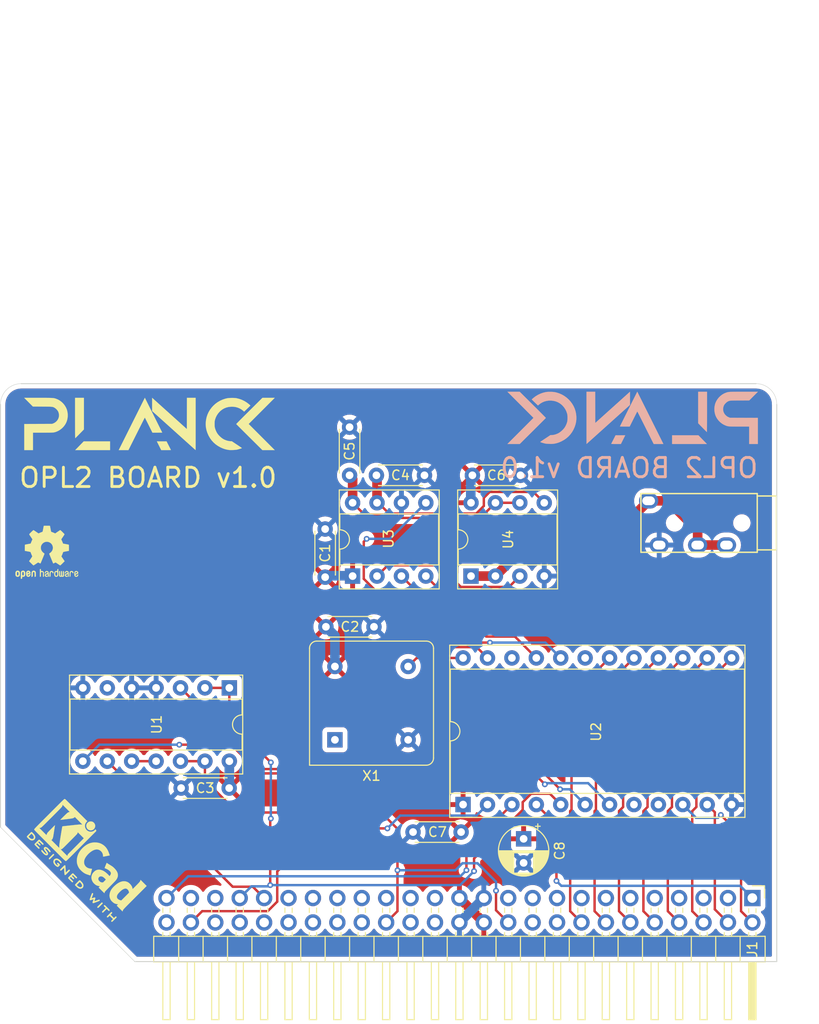
<source format=kicad_pcb>
(kicad_pcb (version 20211014) (generator pcbnew)
  (title_block (title "OPL2 board") (date "2023-02-11") (rev "${VERSION}") (company "Six Pixels"))
  (layers (0 "F.Cu" signal) (31 "B.Cu" signal) (34 "B.Paste" user) (35 "F.Paste" user) (36 "B.SilkS" user "B.Silkscreen") (37 "F.SilkS" user "F.Silkscreen") (38 "B.Mask" user) (39 "F.Mask" user) (44 "Edge.Cuts" user))
  (property "VERSION" "v1.0")
  (net 0 "")
  (net 1 "RDY")
  (net 2 "A15")
  (net 3 "A14")
  (net 4 "A13")
  (net 5 "A12")
  (net 6 "A11")
  (net 7 "GND")
  (net 8 "+5V")
  (net 9 "A10")
  (net 10 "A9")
  (net 11 "A8")
  (net 12 "D7")
  (net 13 "A7")
  (net 14 "D6")
  (net 15 "A6")
  (net 16 "D5")
  (net 17 "A5")
  (net 18 "D4")
  (net 19 "A4")
  (net 20 "D3")
  (net 21 "A3")
  (net 22 "D2")
  (net 23 "A2")
  (net 24 "D1")
  (net 25 "A1")
  (net 26 "D0")
  (net 27 "A0")
  (net 28 "CLK")
  (net 29 "BE")
  (net 30 "SYNC")
  (net 31 "EX3")
  (net 32 "EX2")
  (net 33 "EX1")
  (net 34 "EX0")
  (net 35 "~{NMI}")
  (net 36 "~{RESET}")
  (net 37 "~{SLOT_IRQ}")
  (net 38 "~{IRQ}")
  (net 39 "R~{W}")
  (net 40 "CLK_12M")
  (net 41 "LED4")
  (net 42 "LED3")
  (net 43 "LED2")
  (net 44 "LED1")
  (net 45 "~{SLOT_SEL}")
  (net 46 "~{INH}")
  (net 47 "~{SSEL}")
  (net 48 "Net-(C4-Pad1)")
  (net 49 "Net-(C5-Pad1)")
  (net 51 "Net-(U1-Pad10)")
  (net 52 "Net-(U1-Pad3)")
  (net 53 "Net-(U1-Pad8)")
  (net 54 "Net-(U2-Pad24)")
  (net 55 "Net-(U2-Pad23)")
  (net 56 "Net-(U2-Pad21)")
  (net 57 "Net-(U2-Pad20)")
  (net 58 "Net-(U3-Pad2)")
  (net 60 "Net-(J2-PadR1)")
  (footprint "Connector_PinHeader_2.54mm:PinHeader_2x25_P2.54mm_Horizontal" (layer "F.Cu") (at 173.863 129.286 -90)
    (fp_text reference "J1" (at 5.334 0 90) (layer "F.SilkS"))
    (fp_text value "Conn_01x40")
    (pad "1" thru_hole rect (at 0 0 270) (size 1.7 1.7) (drill 1) (layers *.Cu *.Mask) (net 27 "A0"))
    (pad "2" thru_hole oval (at 2.54 0 270) (size 1.7 1.7) (drill 1) (layers *.Cu *.Mask) (net 26 "D0"))
    (pad "3" thru_hole oval (at 0 2.54 270) (size 1.7 1.7) (drill 1) (layers *.Cu *.Mask) (net 25 "A1"))
    (pad "4" thru_hole oval (at 2.54 2.54 270) (size 1.7 1.7) (drill 1) (layers *.Cu *.Mask) (net 24 "D1"))
    (pad "5" thru_hole oval (at 0 5.08 270) (size 1.7 1.7) (drill 1) (layers *.Cu *.Mask) (net 23 "A2"))
    (pad "6" thru_hole oval (at 2.54 5.08 270) (size 1.7 1.7) (drill 1) (layers *.Cu *.Mask) (net 22 "D2"))
    (pad "7" thru_hole oval (at 0 7.62 270) (size 1.7 1.7) (drill 1) (layers *.Cu *.Mask) (net 21 "A3"))
    (pad "8" thru_hole oval (at 2.54 7.62 270) (size 1.7 1.7) (drill 1) (layers *.Cu *.Mask) (net 20 "D3"))
    (pad "9" thru_hole oval (at 0 10.16 270) (size 1.7 1.7) (drill 1) (layers *.Cu *.Mask) (net 19 "A4"))
    (pad "10" thru_hole oval (at 2.54 10.16 270) (size 1.7 1.7) (drill 1) (layers *.Cu *.Mask) (net 18 "D4"))
    (pad "11" thru_hole oval (at 0 12.7 270) (size 1.7 1.7) (drill 1) (layers *.Cu *.Mask) (net 17 "A5"))
    (pad "12" thru_hole oval (at 2.54 12.7 270) (size 1.7 1.7) (drill 1) (layers *.Cu *.Mask) (net 16 "D5"))
    (pad "13" thru_hole oval (at 0 15.24 270) (size 1.7 1.7) (drill 1) (layers *.Cu *.Mask) (net 15 "A6"))
    (pad "14" thru_hole oval (at 2.54 15.24 270) (size 1.7 1.7) (drill 1) (layers *.Cu *.Mask) (net 14 "D6"))
    (pad "15" thru_hole oval (at 0 17.78 270) (size 1.7 1.7) (drill 1) (layers *.Cu *.Mask) (net 13 "A7"))
    (pad "16" thru_hole oval (at 2.54 17.78 270) (size 1.7 1.7) (drill 1) (layers *.Cu *.Mask) (net 12 "D7"))
    (pad "17" thru_hole oval (at 0 20.32 270) (size 1.7 1.7) (drill 1) (layers *.Cu *.Mask) (net 11 "A8"))
    (pad "18" thru_hole oval (at 2.54 20.32 270) (size 1.7 1.7) (drill 1) (layers *.Cu *.Mask) (net 34 "EX0"))
    (pad "19" thru_hole oval (at 0 22.86 270) (size 1.7 1.7) (drill 1) (layers *.Cu *.Mask) (net 10 "A9"))
    (pad "20" thru_hole oval (at 2.54 22.86 270) (size 1.7 1.7) (drill 1) (layers *.Cu *.Mask) (net 33 "EX1"))
    (pad "21" thru_hole oval (at 0 25.4 270) (size 1.7 1.7) (drill 1) (layers *.Cu *.Mask) (net 9 "A10"))
    (pad "22" thru_hole oval (at 2.54 25.4 270) (size 1.7 1.7) (drill 1) (layers *.Cu *.Mask) (net 45 "~{SLOT_SEL}"))
    (pad "23" thru_hole oval (at 0 27.94 270) (size 1.7 1.7) (drill 1) (layers *.Cu *.Mask) (net 7 "GND"))
    (pad "24" thru_hole oval (at 2.54 27.94 270) (size 1.7 1.7) (drill 1) (layers *.Cu *.Mask) (net 8 "+5V"))
    (pad "25" thru_hole oval (at 0 30.48 270) (size 1.7 1.7) (drill 1) (layers *.Cu *.Mask) (net 8 "+5V"))
    (pad "26" thru_hole oval (at 2.54 30.48 270) (size 1.7 1.7) (drill 1) (layers *.Cu *.Mask) (net 7 "GND"))
    (pad "27" thru_hole oval (at 0 33.02 270) (size 1.7 1.7) (drill 1) (layers *.Cu *.Mask) (net 6 "A11"))
    (pad "28" thru_hole oval (at 2.54 33.02 270) (size 1.7 1.7) (drill 1) (layers *.Cu *.Mask) (net 47 "~{SSEL}"))
    (pad "29" thru_hole oval (at 0 35.56 270) (size 1.7 1.7) (drill 1) (layers *.Cu *.Mask) (net 5 "A12"))
    (pad "30" thru_hole oval (at 2.54 35.56 270) (size 1.7 1.7) (drill 1) (layers *.Cu *.Mask) (net 46 "~{INH}"))
    (pad "31" thru_hole oval (at 0 38.1 270) (size 1.7 1.7) (drill 1) (layers *.Cu *.Mask) (net 4 "A13"))
    (pad "32" thru_hole oval (at 2.54 38.1 270) (size 1.7 1.7) (drill 1) (layers *.Cu *.Mask) (net 45 "~{SLOT_SEL}"))
    (pad "33" thru_hole oval (at 0 40.64 270) (size 1.7 1.7) (drill 1) (layers *.Cu *.Mask) (net 3 "A14"))
    (pad "34" thru_hole oval (at 2.54 40.64 270) (size 1.7 1.7) (drill 1) (layers *.Cu *.Mask) (net 44 "LED1"))
    (pad "35" thru_hole oval (at 0 43.18 270) (size 1.7 1.7) (drill 1) (layers *.Cu *.Mask) (net 2 "A15"))
    (pad "36" thru_hole oval (at 2.54 43.18 270) (size 1.7 1.7) (drill 1) (layers *.Cu *.Mask) (net 43 "LED2"))
    (pad "37" thru_hole oval (at 0 45.72 270) (size 1.7 1.7) (drill 1) (layers *.Cu *.Mask) (net 1 "RDY"))
    (pad "38" thru_hole oval (at 2.54 45.72 270) (size 1.7 1.7) (drill 1) (layers *.Cu *.Mask) (net 42 "LED3"))
    (pad "39" thru_hole oval (at 0 48.26 270) (size 1.7 1.7) (drill 1) (layers *.Cu *.Mask) (net 29 "BE"))
    (pad "40" thru_hole oval (at 2.54 48.26 270) (size 1.7 1.7) (drill 1) (layers *.Cu *.Mask) (net 41 "LED4"))
    (pad "41" thru_hole oval (at 0 50.8 270) (size 1.7 1.7) (drill 1) (layers *.Cu *.Mask) (net 28 "CLK"))
    (pad "42" thru_hole oval (at 2.54 50.8 270) (size 1.7 1.7) (drill 1) (layers *.Cu *.Mask) (net 40 "CLK_12M"))
    (pad "43" thru_hole oval (at 0 53.34 270) (size 1.7 1.7) (drill 1) (layers *.Cu *.Mask) (net 39 "R~{W}"))
    (pad "44" thru_hole oval (at 2.54 53.34 270) (size 1.7 1.7) (drill 1) (layers *.Cu *.Mask) (net 32 "EX2"))
    (pad "45" thru_hole oval (at 0 55.88 270) (size 1.7 1.7) (drill 1) (layers *.Cu *.Mask) (net 38 "~{IRQ}"))
    (pad "46" thru_hole oval (at 2.54 55.88 270) (size 1.7 1.7) (drill 1) (layers *.Cu *.Mask) (net 31 "EX3"))
    (pad "47" thru_hole oval (at 0 58.42 270) (size 1.7 1.7) (drill 1) (layers *.Cu *.Mask) (net 30 "SYNC"))
    (pad "48" thru_hole oval (at 2.54 58.42 270) (size 1.7 1.7) (drill 1) (layers *.Cu *.Mask) (net 37 "~{SLOT_IRQ}"))
    (pad "49" thru_hole oval (at 0 60.96 270) (size 1.7 1.7) (drill 1) (layers *.Cu *.Mask) (net 36 "~{RESET}"))
    (pad "50" thru_hole oval (at 2.54 60.96 270) (size 1.7 1.7) (drill 1) (layers *.Cu *.Mask) (net 35 "~{NMI}"))
  )
  (footprint "Capacitor_THT:C_Disc_D4.3mm_W1.9mm_P5.00mm" (layer "F.Cu") (at 129.413 90.932 -90)
    (fp_text reference "C1" (at 2.5 0 -90) (layer "F.SilkS"))
    (fp_text value "10n")
    (pad "1" thru_hole circle (at 0 0 270) (size 1.6 1.6) (drill 0.8) (layers *.Cu *.Mask) (net 7 "GND"))
    (pad "2" thru_hole circle (at 5 0 270) (size 1.6 1.6) (drill 0.8) (layers *.Cu *.Mask) (net 8 "+5V"))
  )
  (footprint "Capacitor_THT:C_Disc_D4.3mm_W1.9mm_P5.00mm" (layer "F.Cu") (at 134.493 101.092 180)
    (fp_text reference "C2" (at 2.5 0) (layer "F.SilkS"))
    (fp_text value "10n")
    (pad "1" thru_hole circle (at 0 0 180) (size 1.6 1.6) (drill 0.8) (layers *.Cu *.Mask) (net 7 "GND"))
    (pad "2" thru_hole circle (at 5 0 180) (size 1.6 1.6) (drill 0.8) (layers *.Cu *.Mask) (net 8 "+5V"))
  )
  (footprint "Capacitor_THT:C_Disc_D4.3mm_W1.9mm_P5.00mm" (layer "F.Cu") (at 114.427 117.856)
    (fp_text reference "C3" (at 2.5 0) (layer "F.SilkS"))
    (fp_text value "10n")
    (pad "1" thru_hole circle (at 0 0) (size 1.6 1.6) (drill 0.8) (layers *.Cu *.Mask) (net 7 "GND"))
    (pad "2" thru_hole circle (at 5 0) (size 1.6 1.6) (drill 0.8) (layers *.Cu *.Mask) (net 8 "+5V"))
  )
  (footprint "Capacitor_THT:C_Disc_D4.3mm_W1.9mm_P5.00mm" (layer "F.Cu") (at 134.747 85.344)
    (fp_text reference "C4" (at 2.5 0) (layer "F.SilkS"))
    (fp_text value "10uF")
    (pad "1" thru_hole circle (at 0 0) (size 1.6 1.6) (drill 0.8) (layers *.Cu *.Mask) (net 48 "Net-(C4-Pad1)"))
    (pad "2" thru_hole circle (at 5 0) (size 1.6 1.6) (drill 0.8) (layers *.Cu *.Mask) (net 7 "GND"))
  )
  (footprint "Capacitor_THT:C_Disc_D4.3mm_W1.9mm_P5.00mm" (layer "F.Cu") (at 131.953 85.344 90)
    (fp_text reference "C5" (at 2.5 0 90) (layer "F.SilkS"))
    (fp_text value "10uF")
    (pad "1" thru_hole circle (at 0 0 90) (size 1.6 1.6) (drill 0.8) (layers *.Cu *.Mask) (net 49 "Net-(C5-Pad1)"))
    (pad "2" thru_hole circle (at 5 0 90) (size 1.6 1.6) (drill 0.8) (layers *.Cu *.Mask) (net 7 "GND"))
  )
  (footprint "Capacitor_THT:C_Disc_D4.3mm_W1.9mm_P5.00mm" (layer "F.Cu") (at 138.557 122.428)
    (fp_text reference "C7" (at 2.54 0) (layer "F.SilkS"))
    (fp_text value "10n")
    (pad "1" thru_hole circle (at 0 0) (size 1.6 1.6) (drill 0.8) (layers *.Cu *.Mask) (net 7 "GND"))
    (pad "2" thru_hole circle (at 5 0) (size 1.6 1.6) (drill 0.8) (layers *.Cu *.Mask) (net 8 "+5V"))
  )
  (footprint "Keebio-Parts:TRRS-PJ-320A-no-Fmask" (layer "F.Cu") (at 174.371 90.297 -90)
    (fp_text reference "J2")
    (fp_text value "AudioJack")
    (pad "" np_thru_hole circle locked (at 0 8.6 270) (size 0.8 0.8) (drill 0.8) (layers *.Cu *.Mask))
    (pad "" np_thru_hole circle locked (at 0 1.6 270) (size 0.8 0.8) (drill 0.8) (layers *.Cu *.Mask))
    (pad "R1" thru_hole oval locked (at 2.3 6.2 270) (size 1.6 2) (drill oval 0.9 1.3) (layers *.Cu "B.Mask") (net 60 "Net-(J2-PadR1)"))
    (pad "R1" thru_hole oval locked (at 2.3 6.2 270) (size 1 1.4) (drill oval 0.9 1.3) (layers *.Cu "F.Mask") (net 60 "Net-(J2-PadR1)"))
    (pad "R2" thru_hole oval locked (at 2.3 3.2 270) (size 1.6 2) (drill oval 0.9 1.3) (layers *.Cu "B.Mask") (net 60 "Net-(J2-PadR1)"))
    (pad "R2" thru_hole oval locked (at 2.3 3.2 270) (size 1 1.4) (drill oval 0.9 1.3) (layers *.Cu "F.Mask") (net 60 "Net-(J2-PadR1)"))
    (pad "S" thru_hole oval locked (at -2.3 11.3 270) (size 1.6 2) (drill oval 0.9 1.3) (layers *.Cu "B.Mask") (net 60 "Net-(J2-PadR1)"))
    (pad "S" thru_hole oval locked (at -2.3 11.3 270) (size 1 1.4) (drill oval 0.9 1.3) (layers *.Cu "F.Mask") (net 60 "Net-(J2-PadR1)"))
    (pad "T" thru_hole oval locked (at 2.3 10.2 270) (size 1.6 2) (drill oval 0.9 1.3) (layers *.Cu "B.Mask") (net 7 "GND"))
    (pad "T" thru_hole oval locked (at 2.3 10.2 270) (size 1 1.4) (drill oval 0.9 1.3) (layers *.Cu "F.Mask") (net 7 "GND"))
  )
  (footprint "Package_DIP:DIP-14_W7.62mm_Socket" (layer "F.Cu") (at 119.4435 107.442 -90)
    (fp_text reference "U1" (at 3.81 7.5565 90) (layer "F.SilkS"))
    (fp_text value "74HC00")
    (pad "1" thru_hole rect (at 0 0 270) (size 1.6 1.6) (drill 0.8) (layers *.Cu *.Mask) (net 39 "R~{W}"))
    (pad "2" thru_hole oval (at 0 2.54 270) (size 1.6 1.6) (drill 0.8) (layers *.Cu *.Mask) (net 39 "R~{W}"))
    (pad "3" thru_hole oval (at 0 5.08 270) (size 1.6 1.6) (drill 0.8) (layers *.Cu *.Mask) (net 52 "Net-(U1-Pad3)"))
    (pad "4" thru_hole oval (at 0 7.62 270) (size 1.6 1.6) (drill 0.8) (layers *.Cu *.Mask) (net 7 "GND"))
    (pad "5" thru_hole oval (at 0 10.16 270) (size 1.6 1.6) (drill 0.8) (layers *.Cu *.Mask) (net 7 "GND"))
    (pad "6" thru_hole oval (at 0 12.7 270) (size 1.6 1.6) (drill 0.8) (layers *.Cu *.Mask))
    (pad "7" thru_hole oval (at 0 15.24 270) (size 1.6 1.6) (drill 0.8) (layers *.Cu *.Mask) (net 7 "GND"))
    (pad "8" thru_hole oval (at 7.62 15.24 270) (size 1.6 1.6) (drill 0.8) (layers *.Cu *.Mask) (net 53 "Net-(U1-Pad8)"))
    (pad "9" thru_hole oval (at 7.62 12.7 270) (size 1.6 1.6) (drill 0.8) (layers *.Cu *.Mask) (net 28 "CLK"))
    (pad "10" thru_hole oval (at 7.62 10.16 270) (size 1.6 1.6) (drill 0.8) (layers *.Cu *.Mask) (net 51 "Net-(U1-Pad10)"))
    (pad "11" thru_hole oval (at 7.62 7.62 270) (size 1.6 1.6) (drill 0.8) (layers *.Cu *.Mask) (net 51 "Net-(U1-Pad10)"))
    (pad "12" thru_hole oval (at 7.62 5.08 270) (size 1.6 1.6) (drill 0.8) (layers *.Cu *.Mask) (net 45 "~{SLOT_SEL}"))
    (pad "13" thru_hole oval (at 7.62 2.54 270) (size 1.6 1.6) (drill 0.8) (layers *.Cu *.Mask) (net 45 "~{SLOT_SEL}"))
    (pad "14" thru_hole oval (at 7.62 0 270) (size 1.6 1.6) (drill 0.8) (layers *.Cu *.Mask) (net 8 "+5V"))
  )
  (footprint "Package_DIP:DIP-24_W15.24mm_Socket" (layer "F.Cu") (at 143.764 119.5705 90)
    (fp_text reference "U2" (at 7.5565 13.843 90) (layer "F.SilkS"))
    (fp_text value "YM3812")
    (pad "1" thru_hole rect (at 0 0 90) (size 1.6 1.6) (drill 0.8) (layers *.Cu *.Mask) (net 8 "+5V"))
    (pad "2" thru_hole oval (at 0 2.54 90) (size 1.6 1.6) (drill 0.8) (layers *.Cu *.Mask) (net 37 "~{SLOT_IRQ}"))
    (pad "3" thru_hole oval (at 0 5.08 90) (size 1.6 1.6) (drill 0.8) (layers *.Cu *.Mask) (net 36 "~{RESET}"))
    (pad "4" thru_hole oval (at 0 7.62 90) (size 1.6 1.6) (drill 0.8) (layers *.Cu *.Mask) (net 27 "A0"))
    (pad "5" thru_hole oval (at 0 10.16 90) (size 1.6 1.6) (drill 0.8) (layers *.Cu *.Mask) (net 39 "R~{W}"))
    (pad "6" thru_hole oval (at 0 12.7 90) (size 1.6 1.6) (drill 0.8) (layers *.Cu *.Mask) (net 52 "Net-(U1-Pad3)"))
    (pad "7" thru_hole oval (at 0 15.24 90) (size 1.6 1.6) (drill 0.8) (layers *.Cu *.Mask) (net 53 "Net-(U1-Pad8)"))
    (pad "8" thru_hole oval (at 0 17.78 90) (size 1.6 1.6) (drill 0.8) (layers *.Cu *.Mask))
    (pad "9" thru_hole oval (at 0 20.32 90) (size 1.6 1.6) (drill 0.8) (layers *.Cu *.Mask))
    (pad "10" thru_hole oval (at 0 22.86 90) (size 1.6 1.6) (drill 0.8) (layers *.Cu *.Mask) (net 26 "D0"))
    (pad "11" thru_hole oval (at 0 25.4 90) (size 1.6 1.6) (drill 0.8) (layers *.Cu *.Mask) (net 24 "D1"))
    (pad "12" thru_hole oval (at 0 27.94 90) (size 1.6 1.6) (drill 0.8) (layers *.Cu *.Mask) (net 7 "GND"))
    (pad "13" thru_hole oval (at 15.24 27.94 90) (size 1.6 1.6) (drill 0.8) (layers *.Cu *.Mask) (net 22 "D2"))
    (pad "14" thru_hole oval (at 15.24 25.4 90) (size 1.6 1.6) (drill 0.8) (layers *.Cu *.Mask) (net 20 "D3"))
    (pad "15" thru_hole oval (at 15.24 22.86 90) (size 1.6 1.6) (drill 0.8) (layers *.Cu *.Mask) (net 18 "D4"))
    (pad "16" thru_hole oval (at 15.24 20.32 90) (size 1.6 1.6) (drill 0.8) (layers *.Cu *.Mask) (net 16 "D5"))
    (pad "17" thru_hole oval (at 15.24 17.78 90) (size 1.6 1.6) (drill 0.8) (layers *.Cu *.Mask) (net 14 "D6"))
    (pad "18" thru_hole oval (at 15.24 15.24 90) (size 1.6 1.6) (drill 0.8) (layers *.Cu *.Mask) (net 12 "D7"))
    (pad "19" thru_hole oval (at 15.24 12.7 90) (size 1.6 1.6) (drill 0.8) (layers *.Cu *.Mask))
    (pad "20" thru_hole oval (at 15.24 10.16 90) (size 1.6 1.6) (drill 0.8) (layers *.Cu *.Mask) (net 57 "Net-(U2-Pad20)"))
    (pad "21" thru_hole oval (at 15.24 7.62 90) (size 1.6 1.6) (drill 0.8) (layers *.Cu *.Mask) (net 56 "Net-(U2-Pad21)"))
    (pad "22" thru_hole oval (at 15.24 5.08 90) (size 1.6 1.6) (drill 0.8) (layers *.Cu *.Mask))
    (pad "23" thru_hole oval (at 15.24 2.54 90) (size 1.6 1.6) (drill 0.8) (layers *.Cu *.Mask) (net 55 "Net-(U2-Pad23)"))
    (pad "24" thru_hole oval (at 15.24 0 90) (size 1.6 1.6) (drill 0.8) (layers *.Cu *.Mask) (net 54 "Net-(U2-Pad24)"))
  )
  (footprint "Package_DIP:DIP-8_W7.62mm_Socket" (layer "F.Cu") (at 132.2705 95.8215 90)
    (fp_text reference "U3" (at 3.8735 3.7465 90) (layer "F.SilkS"))
    (fp_text value "YM3014B")
    (pad "1" thru_hole rect (at 0 0 90) (size 1.6 1.6) (drill 0.8) (layers *.Cu *.Mask) (net 8 "+5V"))
    (pad "2" thru_hole oval (at 0 2.54 90) (size 1.6 1.6) (drill 0.8) (layers *.Cu *.Mask) (net 58 "Net-(U3-Pad2)"))
    (pad "3" thru_hole oval (at 0 5.08 90) (size 1.6 1.6) (drill 0.8) (layers *.Cu *.Mask) (net 57 "Net-(U2-Pad20)"))
    (pad "4" thru_hole oval (at 0 7.62 90) (size 1.6 1.6) (drill 0.8) (layers *.Cu *.Mask) (net 56 "Net-(U2-Pad21)"))
    (pad "5" thru_hole oval (at 7.62 7.62 90) (size 1.6 1.6) (drill 0.8) (layers *.Cu *.Mask) (net 55 "Net-(U2-Pad23)"))
    (pad "6" thru_hole oval (at 7.62 5.08 90) (size 1.6 1.6) (drill 0.8) (layers *.Cu *.Mask) (net 7 "GND"))
    (pad "7" thru_hole oval (at 7.62 2.54 90) (size 1.6 1.6) (drill 0.8) (layers *.Cu *.Mask) (net 48 "Net-(C4-Pad1)"))
    (pad "8" thru_hole oval (at 7.62 0 90) (size 1.6 1.6) (drill 0.8) (layers *.Cu *.Mask) (net 49 "Net-(C5-Pad1)"))
  )
  (footprint "Package_DIP:DIP-8_W7.62mm_Socket" (layer "F.Cu") (at 144.5895 95.8215 90)
    (fp_text reference "U4" (at 3.81 3.8735 90) (layer "F.SilkS"))
    (fp_text value "LM358")
    (pad "1" thru_hole rect (at 0 0 90) (size 1.6 1.6) (drill 0.8) (layers *.Cu *.Mask) (net 60 "Net-(J2-PadR1)"))
    (pad "2" thru_hole oval (at 0 2.54 90) (size 1.6 1.6) (drill 0.8) (layers *.Cu *.Mask) (net 60 "Net-(J2-PadR1)"))
    (pad "3" thru_hole oval (at 0 5.08 90) (size 1.6 1.6) (drill 0.8) (layers *.Cu *.Mask) (net 58 "Net-(U3-Pad2)"))
    (pad "4" thru_hole oval (at 0 7.62 90) (size 1.6 1.6) (drill 0.8) (layers *.Cu *.Mask) (net 7 "GND"))
    (pad "5" thru_hole oval (at 7.62 7.62 90) (size 1.6 1.6) (drill 0.8) (layers *.Cu *.Mask) (net 48 "Net-(C4-Pad1)"))
    (pad "6" thru_hole oval (at 7.62 5.08 90) (size 1.6 1.6) (drill 0.8) (layers *.Cu *.Mask) (net 49 "Net-(C5-Pad1)"))
    (pad "7" thru_hole oval (at 7.62 2.54 90) (size 1.6 1.6) (drill 0.8) (layers *.Cu *.Mask) (net 49 "Net-(C5-Pad1)"))
    (pad "8" thru_hole oval (at 7.62 0 90) (size 1.6 1.6) (drill 0.8) (layers *.Cu *.Mask) (net 8 "+5V"))
  )
  (footprint "Oscillator:Oscillator_DIP-8" (layer "F.Cu") (at 130.429 112.8395)
    (fp_text reference "X1" (at 3.81 3.7465) (layer "F.SilkS"))
    (fp_text value "3.579545 MHz")
    (pad "1" thru_hole rect (at 0 0) (size 1.6 1.6) (drill 0.8) (layers *.Cu *.Mask))
    (pad "4" thru_hole circle (at 7.62 0) (size 1.6 1.6) (drill 0.8) (layers *.Cu *.Mask) (net 7 "GND"))
    (pad "5" thru_hole circle (at 7.62 -7.62) (size 1.6 1.6) (drill 0.8) (layers *.Cu *.Mask) (net 54 "Net-(U2-Pad24)"))
    (pad "8" thru_hole circle (at 0 -7.62) (size 1.6 1.6) (drill 0.8) (layers *.Cu *.Mask) (net 8 "+5V"))
  )
  (footprint "Capacitor_THT:C_Disc_D4.3mm_W1.9mm_P5.00mm" (layer "F.Cu") (at 149.733 85.344 180)
    (fp_text reference "C6" (at 2.5 0) (layer "F.SilkS"))
    (fp_text value "10n")
    (pad "1" thru_hole circle (at 0 0 180) (size 1.6 1.6) (drill 0.8) (layers *.Cu *.Mask) (net 7 "GND"))
    (pad "2" thru_hole circle (at 5 0 180) (size 1.6 1.6) (drill 0.8) (layers *.Cu *.Mask) (net 8 "+5V"))
  )
  (footprint "Symbol:OSHW-Logo2_7.3x6mm_SilkScreen" (layer "F.Cu") (at 100.457 93.345)
    (fp_text reference "REF**" hide)
    (fp_text value "OSHW-Logo2_7.3x6mm_SilkScreen" hide)
  )
  (footprint "Logo:logo" (layer "F.Cu") (at 111.125 80.01)
    (fp_text reference "G***" hide)
    (fp_text value "LOGO" hide)
  )
  (footprint "Capacitor_THT:CP_Radial_D5.0mm_P2.50mm" (layer "F.Cu") (at 150.06444 123.130664 -90)
    (fp_text reference "C8" (at 1.25 -3.75 90) (layer "F.SilkS"))
    (fp_text value "10u")
    (pad "1" thru_hole rect (at 0 0 270) (size 1.6 1.6) (drill 0.8) (layers *.Cu *.Mask) (net 8 "+5V"))
    (pad "2" thru_hole circle (at 2.5 0 270) (size 1.6 1.6) (drill 0.8) (layers *.Cu *.Mask) (net 7 "GND"))
  )
  (footprint "Symbol:KiCad-Logo2_5mm_SilkScreen" (layer "F.Cu") (at 104.902 125.222 -45)
    (fp_text reference "REF**" hide)
    (fp_text value "KiCad-Logo2_5mm_SilkScreen" hide)
  )
  (footprint "Logo:logo" (layer "B.Cu") (at 161.417 79.375 180)
    (fp_text reference "G***" hide)
    (fp_text value "LOGO" hide)
  )
  (gr_arc (start 95.631 77.978) (mid 96.263356 76.451356) (end 97.79 75.819) (layer "Edge.Cuts") (width 0.05))
  (gr_line (start 95.631 121.92) (end 95.631 77.978) (layer "Edge.Cuts") (width 0.1))
  (gr_line (start 109.601 135.89) (end 95.631 121.92) (layer "Edge.Cuts") (width 0.05))
  (gr_line (start 176.403 77.978) (end 176.403 135.89) (layer "Edge.Cuts") (width 0.1))
  (gr_line (start 176.403 135.89) (end 109.601 135.89) (layer "Edge.Cuts") (width 0.1))
  (gr_line (start 97.79 75.819) (end 174.244 75.819) (layer "Edge.Cuts") (width 0.1))
  (gr_arc (start 174.244 75.819) (mid 175.770644 76.451356) (end 176.403 77.978) (layer "Edge.Cuts") (width 0.05))
  (gr_text "OPL2 BOARD ${VERSION}" (at 174.625 84.582) (layer "B.SilkS") (effects (font (size 2 2) (thickness 0.3)) (justify left mirror)))
  (gr_text "OPL2 BOARD ${VERSION}" (at 97.409 85.598) (layer "F.SilkS") (effects (font (size 2 2) (thickness 0.3)) (justify left)))
  (segment (start 145.923 129.286) (end 143.383 131.826) (width 1) (layer "B.Cu") (net 7))
  (segment (start 145.923 131.826) (end 143.383 129.286) (width 1) (layer "F.Cu") (net 8))
  (segment (start 144.5625 88.2285) (end 144.5625 85.5145) (width 1) (layer "B.Cu") (net 8))
  (segment (start 130.429 102.028) (end 130.429 105.2195) (width 1) (layer "B.Cu") (net 8))
  (segment (start 129.493 101.092) (end 130.429 102.028) (width 1) (layer "B.Cu") (net 8))
  (segment (start 119.4435 115.062) (end 119.4435 117.5855) (width 1) (layer "B.Cu") (net 8))
  (segment (start 129.9845 95.785) (end 132.234 95.785) (width 1) (layer "B.Cu") (net 8))
  (segment (start 156.083 131.826) (end 154.907999 130.650999) (width 0.25) (layer "F.Cu") (net 12))
  (segment (start 155.049001 108.285499) (end 159.004 104.3305) (width 0.25) (layer "F.Cu") (net 12))
  (segment (start 154.907999 130.650999) (end 154.907999 120.251503) (width 0.25) (layer "F.Cu") (net 12))
  (segment (start 154.907999 120.251503) (end 155.049001 120.110501) (width 0.25) (layer "F.Cu") (net 12))
  (segment (start 155.049001 120.110501) (end 155.049001 108.285499) (width 0.25) (layer "F.Cu") (net 12))
  (segment (start 157.589001 108.285499) (end 161.544 104.3305) (width 0.25) (layer "F.Cu") (net 14))
  (segment (start 157.447999 120.251503) (end 157.589001 120.110501) (width 0.25) (layer "F.Cu") (net 14))
  (segment (start 158.623 131.826) (end 157.447999 130.650999) (width 0.25) (layer "F.Cu") (net 14))
  (segment (start 157.589001 120.110501) (end 157.589001 108.285499) (width 0.25) (layer "F.Cu") (net 14))
  (segment (start 157.447999 130.650999) (end 157.447999 120.251503) (width 0.25) (layer "F.Cu") (net 14))
  (segment (start 161.163 131.826) (end 159.987999 130.650999) (width 0.25) (layer "F.Cu") (net 16))
  (segment (start 159.987999 130.650999) (end 159.987999 120.251503) (width 0.25) (layer "F.Cu") (net 16))
  (segment (start 159.987999 120.251503) (end 160.418999 119.820503) (width 0.25) (layer "F.Cu") (net 16))
  (segment (start 160.418999 107.995501) (end 164.084 104.3305) (width 0.25) (layer "F.Cu") (net 16))
  (segment (start 160.418999 119.820503) (end 160.418999 107.995501) (width 0.25) (layer "F.Cu") (net 16))
  (segment (start 162.958999 107.995501) (end 166.624 104.3305) (width 0.25) (layer "F.Cu") (net 18))
  (segment (start 162.527999 120.251503) (end 162.958999 119.820503) (width 0.25) (layer "F.Cu") (net 18))
  (segment (start 162.527999 130.650999) (end 162.527999 120.251503) (width 0.25) (layer "F.Cu") (net 18))
  (segment (start 163.703 131.826) (end 162.527999 130.650999) (width 0.25) (layer "F.Cu") (net 18))
  (segment (start 162.958999 119.820503) (end 162.958999 107.995501) (width 0.25) (layer "F.Cu") (net 18))
  (segment (start 165.067999 120.251503) (end 165.498999 119.820503) (width 0.25) (layer "F.Cu") (net 20))
  (segment (start 165.067999 130.650999) (end 165.067999 120.251503) (width 0.25) (layer "F.Cu") (net 20))
  (segment (start 166.243 131.826) (end 165.067999 130.650999) (width 0.25) (layer "F.Cu") (net 20))
  (segment (start 165.498999 119.820503) (end 165.498999 107.995501) (width 0.25) (layer "F.Cu") (net 20))
  (segment (start 165.498999 107.995501) (end 169.164 104.3305) (width 0.25) (layer "F.Cu") (net 20))
  (segment (start 168.038999 107.995501) (end 171.704 104.3305) (width 0.25) (layer "F.Cu") (net 22))
  (segment (start 168.038999 119.820503) (end 168.038999 107.995501) (width 0.25) (layer "F.Cu") (net 22))
  (segment (start 167.607999 120.251503) (end 168.038999 119.820503) (width 0.25) (layer "F.Cu") (net 22))
  (segment (start 168.783 131.826) (end 167.607999 130.650999) (width 0.25) (layer "F.Cu") (net 22))
  (segment (start 167.607999 130.650999) (end 167.607999 120.251503) (width 0.25) (layer "F.Cu") (net 22))
  (segment (start 169.958001 130.461001) (end 169.958001 120.364501) (width 0.25) (layer "F.Cu") (net 24))
  (segment (start 171.323 131.826) (end 169.958001 130.461001) (width 0.25) (layer "F.Cu") (net 24))
  (segment (start 169.958001 120.364501) (end 169.164 119.5705) (width 0.25) (layer "F.Cu") (net 24))
  (segment (start 173.863 131.826) (end 172.687999 130.650999) (width 0.25) (layer "F.Cu") (net 26))
  (segment (start 172.687999 130.650999) (end 172.687999 122.754994) (width 0.25) (layer "F.Cu") (net 26))
  (segment (start 172.687999 122.754994) (end 170.583011 120.650006) (width 0.25) (layer "F.Cu") (net 26))
  (via (at 170.583011 120.650006) (size 0.6) (drill 0.3) (layers "F.Cu" "B.Cu") (net 26))
  (segment (start 166.624 119.5705) (end 168.003505 120.950005) (width 0.25) (layer "B.Cu") (net 26))
  (segment (start 170.283012 120.950005) (end 170.583011 120.650006) (width 0.25) (layer "B.Cu") (net 26))
  (segment (start 168.003505 120.950005) (end 170.283012 120.950005) (width 0.25) (layer "B.Cu") (net 26))
  (segment (start 153.4795 127.508) (end 153.4795 121.666) (width 0.25) (layer "F.Cu") (net 27))
  (segment (start 153.4795 121.666) (end 151.384 119.5705) (width 0.25) (layer "F.Cu") (net 27))
  (via (at 153.4795 127.508) (size 0.6) (drill 0.3) (layers "F.Cu" "B.Cu") (net 27))
  (segment (start 173.863 129.286) (end 172.593 128.016) (width 0.25) (layer "B.Cu") (net 27))
  (segment (start 172.593 128.016) (end 153.9875 128.016) (width 0.25) (layer "B.Cu") (net 27))
  (segment (start 153.9875 128.016) (end 153.4795 127.508) (width 0.25) (layer "B.Cu") (net 27))
  (segment (start 119.792499 128.110999) (end 106.7435 115.062) (width 0.25) (layer "F.Cu") (net 28))
  (segment (start 121.887999 128.110999) (end 119.792499 128.110999) (width 0.25) (layer "F.Cu") (net 28))
  (segment (start 123.063 129.286) (end 121.887999 128.110999) (width 0.25) (layer "F.Cu") (net 28))
  (segment (start 148.844 119.5705) (end 144.113253 124.301247) (width 0.25) (layer "F.Cu") (net 36))
  (segment (start 144.113253 124.301247) (end 144.113253 126.392078) (width 0.25) (layer "F.Cu") (net 36))
  (via (at 144.113253 126.392078) (size 0.6) (drill 0.3) (layers "F.Cu" "B.Cu") (net 36))
  (segment (start 115.167491 127.021509) (end 143.483822 127.021509) (width 0.25) (layer "B.Cu") (net 36))
  (segment (start 112.903 129.286) (end 115.167491 127.021509) (width 0.25) (layer "B.Cu") (net 36))
  (segment (start 143.483822 127.021509) (end 144.113253 126.392078) (width 0.25) (layer "B.Cu") (net 36))
  (segment (start 124.427999 129.660003) (end 124.427999 126.524001) (width 0.25) (layer "F.Cu") (net 37))
  (segment (start 123.437003 130.650999) (end 124.427999 129.660003) (width 0.25) (layer "F.Cu") (net 37))
  (segment (start 128.905 122.047) (end 135.89 122.047) (width 0.25) (layer "F.Cu") (net 37))
  (segment (start 115.443 131.826) (end 116.618001 130.650999) (width 0.25) (layer "F.Cu") (net 37))
  (segment (start 116.618001 130.650999) (end 123.437003 130.650999) (width 0.25) (layer "F.Cu") (net 37))
  (segment (start 124.427999 126.524001) (end 128.905 122.047) (width 0.25) (layer "F.Cu") (net 37))
  (via (at 135.89 122.047) (size 0.6) (drill 0.3) (layers "F.Cu" "B.Cu") (net 37))
  (segment (start 145.161 120.7135) (end 146.304 119.5705) (width 0.25) (layer "B.Cu") (net 37))
  (segment (start 135.89 122.047) (end 137.2235 120.7135) (width 0.25) (layer "B.Cu") (net 37))
  (segment (start 137.2235 120.7135) (end 145.161 120.7135) (width 0.25) (layer "B.Cu") (net 37))
  (segment (start 119.4435 107.442) (end 119.4435 110.871) (width 0.25) (layer "F.Cu") (net 39))
  (segment (start 119.4435 107.442) (end 116.9035 107.442) (width 0.25) (layer "F.Cu") (net 39))
  (segment (start 150.843999 118.445499) (end 149.969001 119.320497) (width 0.25) (layer "F.Cu") (net 39))
  (segment (start 149.969001 120.116735) (end 144.907 125.178736) (width 0.25) (layer "F.Cu") (net 39))
  (segment (start 123.698 121.08451) (end 123.7615 121.02101) (width 0.25) (layer "F.Cu") (net 39))
  (segment (start 152.798999 118.445499) (end 150.843999 118.445499) (width 0.25) (layer "F.Cu") (net 39))
  (segment (start 144.907 125.178736) (end 144.907 126.492) (width 0.25) (layer "F.Cu") (net 39))
  (segment (start 153.924 119.5705) (end 152.798999 118.445499) (width 0.25) (layer "F.Cu") (net 39))
  (segment (start 119.4435 110.871) (end 123.7615 115.189) (width 0.25) (layer "F.Cu") (net 39))
  (segment (start 149.969001 119.320497) (end 149.969001 120.116735) (width 0.25) (layer "F.Cu") (net 39))
  (segment (start 123.698 127.942065) (end 123.698 121.08451) (width 0.25) (layer "F.Cu") (net 39))
  (via (at 123.7615 115.189) (size 0.6) (drill 0.3) (layers "F.Cu" "B.Cu") (net 39))
  (via (at 123.7615 121.02101) (size 0.6) (drill 0.3) (layers "F.Cu" "B.Cu") (net 39))
  (via (at 144.907 126.492) (size 0.6) (drill 0.3) (layers "F.Cu" "B.Cu") (net 39))
  (via (at 123.698 127.942065) (size 0.6) (drill 0.3) (layers "F.Cu" "B.Cu") (net 39))
  (segment (start 123.698 127.942065) (end 143.456935 127.942065) (width 0.25) (layer "B.Cu") (net 39))
  (segment (start 123.570564 128.069501) (end 123.698 127.942065) (width 0.25) (layer "B.Cu") (net 39))
  (segment (start 120.523 129.286) (end 121.739499 128.069501) (width 0.25) (layer "B.Cu") (net 39))
  (segment (start 121.739499 128.069501) (end 123.570564 128.069501) (width 0.25) (layer "B.Cu") (net 39))
  (segment (start 123.7615 115.189) (end 123.7615 121.02101) (width 0.25) (layer "B.Cu") (net 39))
  (segment (start 143.456935 127.942065) (end 144.907 126.492) (width 0.25) (layer "B.Cu") (net 39))
  (segment (start 135.24337 120.396) (end 120.269 120.396) (width 0.25) (layer "F.Cu") (net 45))
  (segment (start 136.938001 126.396499) (end 136.938001 122.090631) (width 0.25) (layer "F.Cu") (net 45))
  (segment (start 116.9035 117.0305) (end 116.9035 115.062) (width 0.25) (layer "F.Cu") (net 45))
  (segment (start 120.269 120.396) (end 116.9035 117.0305) (width 0.25) (layer "F.Cu") (net 45))
  (segment (start 135.763 131.826) (end 136.938001 130.650999) (width 0.25) (layer "F.Cu") (net 45))
  (segment (start 116.9035 115.062) (end 114.3635 115.062) (width 0.25) (layer "F.Cu") (net 45))
  (segment (start 147.193 130.556) (end 147.193 128.524) (width 0.25) (layer "F.Cu") (net 45))
  (segment (start 148.463 131.826) (end 147.193 130.556) (width 0.25) (layer "F.Cu") (net 45))
  (segment (start 136.938001 130.650999) (end 136.938001 126.396499) (width 0.25) (layer "F.Cu") (net 45))
  (segment (start 136.938001 122.090631) (end 135.24337 120.396) (width 0.25) (layer "F.Cu") (net 45))
  (via (at 136.938001 126.396499) (size 0.6) (drill 0.3) (layers "F.Cu" "B.Cu") (net 45))
  (via (at 147.193 128.524) (size 0.6) (drill 0.3) (layers "F.Cu" "B.Cu") (net 45))
  (segment (start 142.970501 126.396499) (end 143.695859 125.671141) (width 0.25) (layer "B.Cu") (net 45))
  (segment (start 143.695859 125.671141) (end 145.265143 125.671141) (width 0.25) (layer "B.Cu") (net 45))
  (segment (start 136.938001 126.396499) (end 142.970501 126.396499) (width 0.25) (layer "B.Cu") (net 45))
  (segment (start 147.193 127.598998) (end 147.193 128.524) (width 0.25) (layer "B.Cu") (net 45))
  (segment (start 145.265143 125.671141) (end 147.193 127.598998) (width 0.25) (layer "B.Cu") (net 45))
  (segment (start 145.129501 89.326501) (end 136.063911 89.326501) (width 0.25) (layer "F.Cu") (net 48))
  (segment (start 134.8105 88.2015) (end 134.8105 85.6885) (width 1) (layer "F.Cu") (net 48))
  (segment (start 145.923 87.686499) (end 145.923 88.533002) (width 0.25) (layer "F.Cu") (net 48))
  (segment (start 145.923 88.533002) (end 145.129501 89.326501) (width 0.25) (layer "F.Cu") (net 48))
  (segment (start 134.8105 85.6885) (end 134.466 85.344) (width 1) (layer "F.Cu") (net 48))
  (segment (start 146.533 87.076499) (end 145.923 87.686499) (width 0.25) (layer "F.Cu") (net 48))
  (segment (start 136.063911 89.326501) (end 134.93891 88.2015) (width 0.25) (layer "F.Cu") (net 48))
  (segment (start 152.2095 88.2015) (end 151.084499 87.076499) (width 0.25) (layer "F.Cu") (net 48))
  (segment (start 151.084499 87.076499) (end 146.533 87.076499) (width 0.25) (layer "F.Cu") (net 48))
  (segment (start 145.554488 89.776512) (end 135.877512 89.776512) (width 0.25) (layer "F.Cu") (net 49))
  (segment (start 132.2705 88.2015) (end 132.2705 85.752) (width 1) (layer "F.Cu") (net 49))
  (segment (start 149.6695 88.2015) (end 147.1295 88.2015) (width 0.25) (layer "F.Cu") (net 49))
  (segment (start 132.2705 85.752) (end 131.953 85.4345) (width 1) (layer "F.Cu") (net 49))
  (segment (start 135.509 89.408) (end 133.477 89.408) (width 0.25) (layer "F.Cu") (net 49))
  (segment (start 147.1295 88.2015) (end 145.554488 89.776512) (width 0.25) (layer "F.Cu") (net 49))
  (segment (start 135.509 89.408) (end 135.877512 89.776512) (width 0.25) (layer "F.Cu") (net 49))
  (segment (start 133.477 89.408) (end 132.2705 88.2015) (width 0.25) (layer "F.Cu") (net 49))
  (segment (start 109.2835 115.062) (end 111.8235 115.062) (width 0.25) (layer "F.Cu") (net 51))
  (segment (start 122.803489 115.881989) (end 151.759489 115.881989) (width 0.25) (layer "F.Cu") (net 52))
  (segment (start 114.3635 107.442) (end 122.803489 115.881989) (width 0.25) (layer "F.Cu") (net 52))
  (segment (start 151.759489 115.881989) (end 153.8605 117.983) (width 0.25) (layer "F.Cu") (net 52))
  (via (at 153.8605 117.983) (size 0.6) (drill 0.3) (layers "F.Cu" "B.Cu") (net 52))
  (segment (start 154.8765 117.983) (end 153.8605 117.983) (width 0.25) (layer "B.Cu") (net 52))
  (segment (start 156.464 119.5705) (end 154.8765 117.983) (width 0.25) (layer "B.Cu") (net 52))
  (segment (start 119.63259 113.3475) (end 122.61709 116.332) (width 0.25) (layer "F.Cu") (net 53))
  (segment (start 114.2365 113.3475) (end 119.63259 113.3475) (width 0.25) (layer "F.Cu") (net 53))
  (segment (start 122.61709 116.332) (end 151.13999 116.332) (width 0.25) (layer "F.Cu") (net 53))
  (segment (start 151.13999 116.332) (end 152.273 117.46501) (width 0.25) (layer "F.Cu") (net 53))
  (via (at 114.2365 113.3475) (size 0.6) (drill 0.3) (layers "F.Cu" "B.Cu") (net 53))
  (via (at 152.273 117.46501) (size 0.6) (drill 0.3) (layers "F.Cu" "B.Cu") (net 53))
  (segment (start 159.004 119.5705) (end 156.7815 117.348) (width 0.25) (layer "B.Cu") (net 53))
  (segment (start 104.2035 115.062) (end 105.918 113.3475) (width 0.25) (layer "B.Cu") (net 53))
  (segment (start 152.39001 117.348) (end 152.273 117.46501) (width 0.25) (layer "B.Cu") (net 53))
  (segment (start 105.918 113.3475) (end 114.2365 113.3475) (width 0.25) (layer "B.Cu") (net 53))
  (segment (start 156.7815 117.348) (end 152.39001 117.348) (width 0.25) (layer "B.Cu") (net 53))
  (segment (start 138.938 104.3305) (end 138.049 105.2195) (width 0.25) (layer "F.Cu") (net 54))
  (segment (start 143.764 104.3305) (end 138.938 104.3305) (width 0.25) (layer "F.Cu") (net 54))
  (segment (start 145.178999 103.205499) (end 146.304 104.3305) (width 0.25) (layer "F.Cu") (net 55))
  (segment (start 133.731 91.948) (end 133.431001 92.247999) (width 0.25) (layer "F.Cu") (net 55))
  (segment (start 133.431001 92.247999) (end 133.431001 96.107003) (width 0.25) (layer "F.Cu") (net 55))
  (segment (start 140.529497 103.205499) (end 145.178999 103.205499) (width 0.25) (layer "F.Cu") (net 55))
  (segment (start 133.431001 96.107003) (end 140.529497 103.205499) (width 0.25) (layer "F.Cu") (net 55))
  (via (at 133.731 91.948) (size 0.6) (drill 0.3) (layers "F.Cu" "B.Cu") (net 55))
  (segment (start 136.144 91.948) (end 133.731 91.948) (width 0.25) (layer "B.Cu") (net 55))
  (segment (start 139.8905 88.2015) (end 136.144 91.948) (width 0.25) (layer "B.Cu") (net 55))
  (segment (start 149.1615 102.108) (end 151.384 104.3305) (width 0.25) (layer "F.Cu") (net 56))
  (segment (start 139.8905 95.8215) (end 146.177 102.108) (width 0.25) (layer "F.Cu") (net 56))
  (segment (start 146.177 102.108) (end 149.1615 102.108) (width 0.25) (layer "F.Cu") (net 56))
  (segment (start 137.3505 95.8215) (end 144.26201 102.73301) (width 0.25) (layer "F.Cu") (net 57))
  (segment (start 144.26201 102.73301) (end 146.558 102.73301) (width 0.25) (layer "F.Cu") (net 57))
  (via (at 146.558 102.73301) (size 0.6) (drill 0.3) (layers "F.Cu" "B.Cu") (net 57))
  (segment (start 152.32651 102.73301) (end 146.558 102.73301) (width 0.25) (layer "B.Cu") (net 57))
  (segment (start 153.924 104.3305) (end 152.32651 102.73301) (width 0.25) (layer "B.Cu") (net 57))
  (segment (start 148.544499 96.946501) (end 143.529499 96.946501) (width 0.25) (layer "F.Cu") (net 58))
  (segment (start 149.6695 95.8215) (end 148.544499 96.946501) (width 0.25) (layer "F.Cu") (net 58))
  (segment (start 135.935501 94.696499) (end 141.279497 94.696499) (width 0.25) (layer "F.Cu") (net 58))
  (segment (start 135.935501 94.696499) (end 134.8105 95.8215) (width 0.25) (layer "F.Cu") (net 58))
  (segment (start 143.529499 96.946501) (end 141.279497 94.696499) (width 0.25) (layer "F.Cu") (net 58))
  (segment (start 165.097348 87.997) (end 168.171 91.070652) (width 1) (layer "F.Cu") (net 60))
  (segment (start 160.39 90.678) (end 163.071 87.997) (width 1) (layer "F.Cu") (net 60))
  (segment (start 152.273 90.678) (end 160.39 90.678) (width 1) (layer "F.Cu") (net 60))
  (segment (start 147.1295 95.8215) (end 144.5895 95.8215) (width 1) (layer "F.Cu") (net 60))
  (segment (start 168.171 92.597) (end 171.171 92.597) (width 1) (layer "F.Cu") (net 60))
  (segment (start 168.171 91.070652) (end 168.171 92.597) (width 1) (layer "F.Cu") (net 60))
  (segment (start 147.1295 95.8215) (end 152.273 90.678) (width 1) (layer "F.Cu") (net 60))
  (segment (start 163.071 87.997) (end 165.097348 87.997) (width 1) (layer "F.Cu") (net 60))
  (zone (net 8) (net_name "+5V") (layer "F.Cu") (connect_pads (clearance 0.508)) (min_thickness 0.254) (fill yes (thermal_gap 0.508) (thermal_bridge_width 0.508))
    (polygon (pts (xy 176.403 35.941) (xy 176.403 135.89) (xy 95.631 135.89) (xy 95.631 35.941)))
  )
  (zone (net 7) (net_name "GND") (layer "B.Cu") (connect_pads (clearance 0.508)) (min_thickness 0.254) (fill yes (thermal_gap 0.508) (thermal_bridge_width 0.508))
    (polygon (pts (xy 176.403 35.941) (xy 176.403 135.89) (xy 95.631 135.89) (xy 95.631 35.941)))
  )
)
</source>
